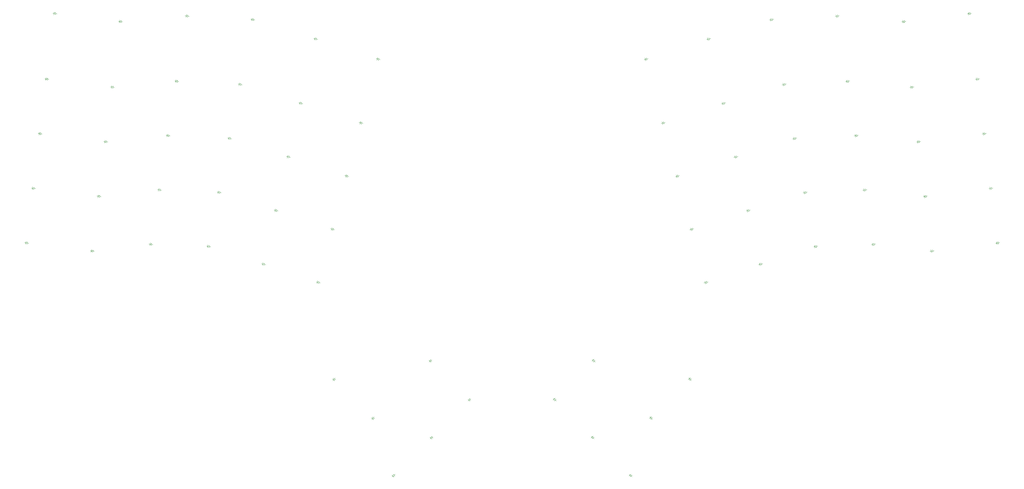
<source format=gbr>
%TF.GenerationSoftware,KiCad,Pcbnew,8.0.6*%
%TF.CreationDate,2024-12-18T16:31:54-08:00*%
%TF.ProjectId,gundamBowtie,67756e64-616d-4426-9f77-7469652e6b69,v1.0.0*%
%TF.SameCoordinates,Original*%
%TF.FileFunction,Legend,Bot*%
%TF.FilePolarity,Positive*%
%FSLAX46Y46*%
G04 Gerber Fmt 4.6, Leading zero omitted, Abs format (unit mm)*
G04 Created by KiCad (PCBNEW 8.0.6) date 2024-12-18 16:31:54*
%MOMM*%
%LPD*%
G01*
G04 APERTURE LIST*
%ADD10C,0.100000*%
G04 APERTURE END LIST*
D10*
%TO.C,D34*%
X164347185Y-230894239D02*
X164630033Y-230611387D01*
X164630033Y-230611387D02*
X164241129Y-230222485D01*
X164630033Y-230611387D02*
X164771462Y-229904298D01*
X164630033Y-230611387D02*
X165018940Y-231000307D01*
X164771462Y-229904298D02*
X165337135Y-230469977D01*
X165054302Y-230187132D02*
X165407857Y-229833575D01*
X165337135Y-230469977D02*
X164630033Y-230611387D01*
%TO.C,D71*%
X236641884Y-216045004D02*
X236924736Y-216327852D01*
X236924736Y-216327852D02*
X236535816Y-216716759D01*
X236924736Y-216327852D02*
X237313638Y-215938948D01*
X236924736Y-216327852D02*
X237631825Y-216469281D01*
X237066146Y-217034954D02*
X236924736Y-216327852D01*
X237348991Y-216752121D02*
X237702548Y-217105676D01*
X237631825Y-216469281D02*
X237066146Y-217034954D01*
%TO.C,D8*%
X59614525Y-108961386D02*
X60011542Y-109010143D01*
X60011542Y-109010143D02*
X59944511Y-109556040D01*
X60011542Y-109010143D02*
X60078566Y-108464228D01*
X60011542Y-109010143D02*
X60655810Y-108686239D01*
X60558330Y-109480274D02*
X60011542Y-109010143D01*
X60607069Y-109083253D02*
X61103341Y-109144186D01*
X60655810Y-108686239D02*
X60558330Y-109480274D01*
%TO.C,D12*%
X79152055Y-126455779D02*
X79547134Y-126518364D01*
X79547134Y-126518364D02*
X79461097Y-127061585D01*
X79547134Y-126518364D02*
X79633169Y-125975128D01*
X79547134Y-126518364D02*
X80202313Y-126217145D01*
X80077173Y-127007292D02*
X79547134Y-126518364D01*
X80139745Y-126612216D02*
X80633585Y-126690435D01*
X80202313Y-126217145D02*
X80077173Y-127007292D01*
%TO.C,D18*%
X104620978Y-107704289D02*
X105013634Y-107780621D01*
X105013634Y-107780621D02*
X104908691Y-108320516D01*
X105013634Y-107780621D02*
X105118580Y-107240708D01*
X105013634Y-107780621D02*
X105678917Y-107502454D01*
X105526285Y-108287754D02*
X105013634Y-107780621D01*
X105602618Y-107895102D02*
X106093422Y-107990513D01*
X105678917Y-107502454D02*
X105526285Y-108287754D01*
%TO.C,D55*%
X305928713Y-88357949D02*
X306321365Y-88281624D01*
X306321365Y-88281624D02*
X306216425Y-87741727D01*
X306321365Y-88281624D02*
X306426306Y-88821519D01*
X306321365Y-88281624D02*
X306834021Y-87774493D01*
X306834021Y-87774493D02*
X306986666Y-88559778D01*
X306910355Y-88167132D02*
X307401159Y-88071729D01*
X306986666Y-88559778D02*
X306321365Y-88281624D01*
%TO.C,D28*%
X147162102Y-121336565D02*
X147548468Y-121440099D01*
X147548468Y-121440099D02*
X147406121Y-121971367D01*
X147548468Y-121440099D02*
X147690831Y-120908839D01*
X147548468Y-121440099D02*
X148231553Y-121209021D01*
X148024502Y-121981763D02*
X147548468Y-121440099D01*
X148128018Y-121595391D02*
X148610992Y-121724805D01*
X148231553Y-121209021D02*
X148024502Y-121981763D01*
%TO.C,D39*%
X378556035Y-106219343D02*
X378953054Y-106170598D01*
X378953054Y-106170598D02*
X378886028Y-105624702D01*
X378953054Y-106170598D02*
X379020092Y-106716500D01*
X378953054Y-106170598D02*
X379499827Y-105700466D01*
X379499827Y-105700466D02*
X379597324Y-106494498D01*
X379548587Y-106097480D02*
X380044855Y-106036547D01*
X379597324Y-106494498D02*
X378953054Y-106170598D01*
%TO.C,D4*%
X38230792Y-86185602D02*
X38627809Y-86234359D01*
X38627809Y-86234359D02*
X38560778Y-86780256D01*
X38627809Y-86234359D02*
X38694833Y-85688444D01*
X38627809Y-86234359D02*
X39272077Y-85910455D01*
X39174597Y-86704490D02*
X38627809Y-86234359D01*
X39223336Y-86307469D02*
X39719608Y-86368402D01*
X39272077Y-85910455D02*
X39174597Y-86704490D01*
%TO.C,D36*%
X191924388Y-203317103D02*
X192207236Y-203034251D01*
X192207236Y-203034251D02*
X191818332Y-202645349D01*
X192207236Y-203034251D02*
X192348665Y-202327162D01*
X192207236Y-203034251D02*
X192596143Y-203423171D01*
X192348665Y-202327162D02*
X192914338Y-202892841D01*
X192631505Y-202609996D02*
X192985060Y-202256439D01*
X192914338Y-202892841D02*
X192207236Y-203034251D01*
%TO.C,D58*%
X292917247Y-134218560D02*
X293307001Y-134128579D01*
X293307001Y-134128579D02*
X293183284Y-133592673D01*
X293307001Y-134128579D02*
X293430717Y-134664487D01*
X293307001Y-134128579D02*
X293801640Y-133603862D01*
X293801640Y-133603862D02*
X293981602Y-134383351D01*
X293891613Y-133993606D02*
X294378813Y-133881130D01*
X293981602Y-134383351D02*
X293307001Y-134128579D01*
%TO.C,D10*%
X64976790Y-65289340D02*
X65373807Y-65338097D01*
X65373807Y-65338097D02*
X65306776Y-65883994D01*
X65373807Y-65338097D02*
X65440831Y-64792182D01*
X65373807Y-65338097D02*
X66018075Y-65014193D01*
X65920595Y-65808228D02*
X65373807Y-65338097D01*
X65969334Y-65411207D02*
X66465606Y-65472140D01*
X66018075Y-65014193D02*
X65920595Y-65808228D01*
%TO.C,D41*%
X373193796Y-62547286D02*
X373590815Y-62498541D01*
X373590815Y-62498541D02*
X373523789Y-61952645D01*
X373590815Y-62498541D02*
X373657853Y-63044443D01*
X373590815Y-62498541D02*
X374137588Y-62028409D01*
X374137588Y-62028409D02*
X374235085Y-62822441D01*
X374186348Y-62425423D02*
X374682616Y-62364490D01*
X374235085Y-62822441D02*
X373590815Y-62498541D01*
%TO.C,D42*%
X359609696Y-148846026D02*
X360006715Y-148797281D01*
X360006715Y-148797281D02*
X359939689Y-148251385D01*
X360006715Y-148797281D02*
X360073753Y-149343183D01*
X360006715Y-148797281D02*
X360553488Y-148327149D01*
X360553488Y-148327149D02*
X360650985Y-149121181D01*
X360602248Y-148724163D02*
X361098516Y-148663230D01*
X360650985Y-149121181D02*
X360006715Y-148797281D01*
%TO.C,D2*%
X33356025Y-125887449D02*
X33753042Y-125936206D01*
X33753042Y-125936206D02*
X33686011Y-126482103D01*
X33753042Y-125936206D02*
X33820066Y-125390291D01*
X33753042Y-125936206D02*
X34397310Y-125612302D01*
X34299830Y-126406337D02*
X33753042Y-125936206D01*
X34348569Y-126009316D02*
X34844841Y-126070249D01*
X34397310Y-125612302D02*
X34299830Y-126406337D01*
%TO.C,D52*%
X317377259Y-147255578D02*
X317769911Y-147179253D01*
X317769911Y-147179253D02*
X317664971Y-146639356D01*
X317769911Y-147179253D02*
X317874852Y-147719148D01*
X317769911Y-147179253D02*
X318282567Y-146672122D01*
X318282567Y-146672122D02*
X318435212Y-147457407D01*
X318358901Y-147064761D02*
X318849705Y-146969358D01*
X318435212Y-147457407D02*
X317769911Y-147179253D01*
%TO.C,D68*%
X271997200Y-194831803D02*
X272280052Y-195114651D01*
X272280052Y-195114651D02*
X271891132Y-195503558D01*
X272280052Y-195114651D02*
X272668954Y-194725747D01*
X272280052Y-195114651D02*
X272987141Y-195256080D01*
X272421462Y-195821753D02*
X272280052Y-195114651D01*
X272704307Y-195538920D02*
X273057864Y-195892475D01*
X272987141Y-195256080D02*
X272421462Y-195821753D01*
%TO.C,D30*%
X158550137Y-78835864D02*
X158936503Y-78939398D01*
X158936503Y-78939398D02*
X158794156Y-79470666D01*
X158936503Y-78939398D02*
X159078866Y-78408138D01*
X158936503Y-78939398D02*
X159619588Y-78708320D01*
X159412537Y-79481062D02*
X158936503Y-78939398D01*
X159516053Y-79094690D02*
X159999027Y-79224104D01*
X159619588Y-78708320D02*
X159412537Y-79481062D01*
%TO.C,D40*%
X376118684Y-86368380D02*
X376515703Y-86319635D01*
X376515703Y-86319635D02*
X376448677Y-85773739D01*
X376515703Y-86319635D02*
X376582741Y-86865537D01*
X376515703Y-86319635D02*
X377062476Y-85849503D01*
X377062476Y-85849503D02*
X377159973Y-86643535D01*
X377111236Y-86246517D02*
X377607504Y-86185584D01*
X377159973Y-86643535D02*
X376515703Y-86319635D01*
%TO.C,D43*%
X357172334Y-128995135D02*
X357569353Y-128946390D01*
X357569353Y-128946390D02*
X357502327Y-128400494D01*
X357569353Y-128946390D02*
X357636391Y-129492292D01*
X357569353Y-128946390D02*
X358116126Y-128476258D01*
X358116126Y-128476258D02*
X358213623Y-129270290D01*
X358164886Y-128873272D02*
X358661154Y-128812339D01*
X358213623Y-129270290D02*
X357569353Y-128946390D01*
%TO.C,D1*%
X30918632Y-145738346D02*
X31315649Y-145787103D01*
X31315649Y-145787103D02*
X31248618Y-146333000D01*
X31315649Y-145787103D02*
X31382673Y-145241188D01*
X31315649Y-145787103D02*
X31959917Y-145463199D01*
X31862437Y-146257234D02*
X31315649Y-145787103D01*
X31911176Y-145860213D02*
X32407448Y-145921146D01*
X31959917Y-145463199D02*
X31862437Y-146257234D01*
%TO.C,D45*%
X352297558Y-89293240D02*
X352694577Y-89244495D01*
X352694577Y-89244495D02*
X352627551Y-88698599D01*
X352694577Y-89244495D02*
X352761615Y-89790397D01*
X352694577Y-89244495D02*
X353241350Y-88774363D01*
X353241350Y-88774363D02*
X353338847Y-89568395D01*
X353290110Y-89171377D02*
X353786378Y-89110444D01*
X353338847Y-89568395D02*
X352694577Y-89244495D01*
%TO.C,D38*%
X380993460Y-126070240D02*
X381390479Y-126021495D01*
X381390479Y-126021495D02*
X381323453Y-125475599D01*
X381390479Y-126021495D02*
X381457517Y-126567397D01*
X381390479Y-126021495D02*
X381937252Y-125551363D01*
X381937252Y-125551363D02*
X382034749Y-126345395D01*
X381986012Y-125948377D02*
X382482280Y-125887444D01*
X382034749Y-126345395D02*
X381390479Y-126021495D01*
%TO.C,D51*%
X325192897Y-63478343D02*
X325587979Y-63415773D01*
X325587979Y-63415773D02*
X325501936Y-62872542D01*
X325587979Y-63415773D02*
X325674003Y-63959006D01*
X325587979Y-63415773D02*
X326118009Y-62926830D01*
X326118009Y-62926830D02*
X326243153Y-63716988D01*
X326180601Y-63321903D02*
X326674429Y-63243697D01*
X326243153Y-63716988D02*
X325587979Y-63415773D01*
%TO.C,D63*%
X272403693Y-141043315D02*
X272790076Y-140939797D01*
X272790076Y-140939797D02*
X272647722Y-140408523D01*
X272790076Y-140939797D02*
X272932419Y-141471055D01*
X272790076Y-140939797D02*
X273266099Y-140398129D01*
X273266099Y-140398129D02*
X273473159Y-141170866D01*
X273369625Y-140784501D02*
X273852595Y-140655093D01*
X273473159Y-141170866D02*
X272790076Y-140939797D01*
%TO.C,D22*%
X121459514Y-133881125D02*
X121849276Y-133971109D01*
X121849276Y-133971109D02*
X121725541Y-134507023D01*
X121849276Y-133971109D02*
X121973001Y-133435195D01*
X121849276Y-133971109D02*
X122523875Y-133716343D01*
X122343889Y-134495828D02*
X121849276Y-133971109D01*
X122433900Y-134106073D02*
X122921084Y-134218559D01*
X122523875Y-133716343D02*
X122343889Y-134495828D01*
%TO.C,D60*%
X283919191Y-95243753D02*
X284308945Y-95153772D01*
X284308945Y-95153772D02*
X284185228Y-94617866D01*
X284308945Y-95153772D02*
X284432661Y-95689680D01*
X284308945Y-95153772D02*
X284803584Y-94629055D01*
X284803584Y-94629055D02*
X284983546Y-95408544D01*
X284893557Y-95018799D02*
X285380757Y-94906323D01*
X284983546Y-95408544D02*
X284308945Y-95153772D01*
%TO.C,D69*%
X236995443Y-188114284D02*
X237278295Y-188397132D01*
X237278295Y-188397132D02*
X236889375Y-188786039D01*
X237278295Y-188397132D02*
X237667197Y-188008228D01*
X237278295Y-188397132D02*
X237985384Y-188538561D01*
X237419705Y-189104234D02*
X237278295Y-188397132D01*
X237702550Y-188821401D02*
X238056107Y-189174956D01*
X237985384Y-188538561D02*
X237419705Y-189104234D01*
%TO.C,D29*%
X152338443Y-102018056D02*
X152724809Y-102121590D01*
X152724809Y-102121590D02*
X152582462Y-102652858D01*
X152724809Y-102121590D02*
X152867172Y-101590330D01*
X152724809Y-102121590D02*
X153407894Y-101890512D01*
X153200843Y-102663254D02*
X152724809Y-102121590D01*
X153304359Y-102276882D02*
X153787333Y-102406296D01*
X153407894Y-101890512D02*
X153200843Y-102663254D01*
%TO.C,D67*%
X257855059Y-208973963D02*
X258137911Y-209256811D01*
X258137911Y-209256811D02*
X257748991Y-209645718D01*
X258137911Y-209256811D02*
X258526813Y-208867907D01*
X258137911Y-209256811D02*
X258845000Y-209398240D01*
X258279321Y-209963913D02*
X258137911Y-209256811D01*
X258562166Y-209681080D02*
X258915723Y-210034635D01*
X258845000Y-209398240D02*
X258279321Y-209963913D01*
%TO.C,D31*%
X156922536Y-210034619D02*
X157205384Y-209751767D01*
X157205384Y-209751767D02*
X156816480Y-209362865D01*
X157205384Y-209751767D02*
X157346813Y-209044678D01*
X157205384Y-209751767D02*
X157594291Y-210140687D01*
X157346813Y-209044678D02*
X157912486Y-209610357D01*
X157629653Y-209327512D02*
X157983208Y-208973955D01*
X157912486Y-209610357D02*
X157205384Y-209751767D01*
%TO.C,D27*%
X141985744Y-140655118D02*
X142372110Y-140758652D01*
X142372110Y-140758652D02*
X142229763Y-141289920D01*
X142372110Y-140758652D02*
X142514473Y-140227392D01*
X142372110Y-140758652D02*
X143055195Y-140527574D01*
X142848144Y-141300316D02*
X142372110Y-140758652D01*
X142951660Y-140913944D02*
X143434634Y-141043358D01*
X143055195Y-140527574D02*
X142848144Y-141300316D01*
%TO.C,D61*%
X278520374Y-71858904D02*
X278910128Y-71768923D01*
X278910128Y-71768923D02*
X278786411Y-71233017D01*
X278910128Y-71768923D02*
X279033844Y-72304831D01*
X278910128Y-71768923D02*
X279404767Y-71244206D01*
X279404767Y-71244206D02*
X279584729Y-72023695D01*
X279494740Y-71633950D02*
X279981940Y-71521474D01*
X279584729Y-72023695D02*
X278910128Y-71768923D01*
%TO.C,D11*%
X76023380Y-146209529D02*
X76418459Y-146272114D01*
X76418459Y-146272114D02*
X76332422Y-146815335D01*
X76418459Y-146272114D02*
X76504494Y-145728878D01*
X76418459Y-146272114D02*
X77073638Y-145970895D01*
X76948498Y-146761042D02*
X76418459Y-146272114D01*
X77011070Y-146365966D02*
X77504910Y-146444185D01*
X77073638Y-145970895D02*
X76948498Y-146761042D01*
%TO.C,D72*%
X222853265Y-202256435D02*
X223136117Y-202539283D01*
X223136117Y-202539283D02*
X222747197Y-202928190D01*
X223136117Y-202539283D02*
X223525019Y-202150379D01*
X223136117Y-202539283D02*
X223843206Y-202680712D01*
X223277527Y-203246385D02*
X223136117Y-202539283D01*
X223560372Y-202963552D02*
X223913929Y-203317107D01*
X223843206Y-202680712D02*
X223277527Y-203246385D01*
%TO.C,D37*%
X383430823Y-145921158D02*
X383827842Y-145872413D01*
X383827842Y-145872413D02*
X383760816Y-145326517D01*
X383827842Y-145872413D02*
X383894880Y-146418315D01*
X383827842Y-145872413D02*
X384374615Y-145402281D01*
X384374615Y-145402281D02*
X384472112Y-146196313D01*
X384423375Y-145799295D02*
X384919643Y-145738362D01*
X384472112Y-146196313D02*
X383827842Y-145872413D01*
%TO.C,D62*%
X277580034Y-160361849D02*
X277966417Y-160258331D01*
X277966417Y-160258331D02*
X277824063Y-159727057D01*
X277966417Y-160258331D02*
X278108760Y-160789589D01*
X277966417Y-160258331D02*
X278442440Y-159716663D01*
X278442440Y-159716663D02*
X278649500Y-160489400D01*
X278545966Y-160103035D02*
X279028936Y-159973627D01*
X278649500Y-160489400D02*
X277966417Y-160258331D01*
%TO.C,D49*%
X332076012Y-106936647D02*
X332471094Y-106874077D01*
X332471094Y-106874077D02*
X332385051Y-106330846D01*
X332471094Y-106874077D02*
X332557118Y-107417310D01*
X332471094Y-106874077D02*
X333001124Y-106385134D01*
X333001124Y-106385134D02*
X333126268Y-107175292D01*
X333063716Y-106780207D02*
X333557544Y-106702001D01*
X333126268Y-107175292D02*
X332471094Y-106874077D01*
%TO.C,D15*%
X89163901Y-63243730D02*
X89558980Y-63306315D01*
X89558980Y-63306315D02*
X89472943Y-63849536D01*
X89558980Y-63306315D02*
X89645015Y-62763079D01*
X89558980Y-63306315D02*
X90214159Y-63005096D01*
X90089019Y-63795243D02*
X89558980Y-63306315D01*
X90151591Y-63400167D02*
X90645431Y-63478386D01*
X90214159Y-63005096D02*
X90089019Y-63795243D01*
%TO.C,D16*%
X96988599Y-146969388D02*
X97381255Y-147045720D01*
X97381255Y-147045720D02*
X97276312Y-147585615D01*
X97381255Y-147045720D02*
X97486201Y-146505807D01*
X97381255Y-147045720D02*
X98046538Y-146767553D01*
X97893906Y-147552853D02*
X97381255Y-147045720D01*
X97970239Y-147160201D02*
X98461043Y-147255612D01*
X98046538Y-146767553D02*
X97893906Y-147552853D01*
%TO.C,D48*%
X335204698Y-126690432D02*
X335599780Y-126627862D01*
X335599780Y-126627862D02*
X335513737Y-126084631D01*
X335599780Y-126627862D02*
X335685804Y-127171095D01*
X335599780Y-126627862D02*
X336129810Y-126138919D01*
X336129810Y-126138919D02*
X336254954Y-126929077D01*
X336192402Y-126533992D02*
X336686230Y-126455786D01*
X336254954Y-126929077D02*
X335599780Y-126627862D01*
%TO.C,D66*%
X255839291Y-79224091D02*
X256225674Y-79120573D01*
X256225674Y-79120573D02*
X256083320Y-78589299D01*
X256225674Y-79120573D02*
X256368017Y-79651831D01*
X256225674Y-79120573D02*
X256701697Y-78578905D01*
X256701697Y-78578905D02*
X256908757Y-79351642D01*
X256805223Y-78965277D02*
X257288193Y-78835869D01*
X256908757Y-79351642D02*
X256225674Y-79120573D01*
%TO.C,D59*%
X288418234Y-114731159D02*
X288807988Y-114641178D01*
X288807988Y-114641178D02*
X288684271Y-114105272D01*
X288807988Y-114641178D02*
X288931704Y-115177086D01*
X288807988Y-114641178D02*
X289302627Y-114116461D01*
X289302627Y-114116461D02*
X289482589Y-114895950D01*
X289392600Y-114506205D02*
X289879800Y-114393729D01*
X289482589Y-114895950D02*
X288807988Y-114641178D01*
%TO.C,D56*%
X301349315Y-64798893D02*
X301741967Y-64722568D01*
X301741967Y-64722568D02*
X301637027Y-64182671D01*
X301741967Y-64722568D02*
X301846908Y-65262463D01*
X301741967Y-64722568D02*
X302254623Y-64215437D01*
X302254623Y-64215437D02*
X302407268Y-65000722D01*
X302330957Y-64608076D02*
X302821761Y-64512673D01*
X302407268Y-65000722D02*
X301741967Y-64722568D01*
%TO.C,D54*%
X309744891Y-107990483D02*
X310137543Y-107914158D01*
X310137543Y-107914158D02*
X310032603Y-107374261D01*
X310137543Y-107914158D02*
X310242484Y-108454053D01*
X310137543Y-107914158D02*
X310650199Y-107407027D01*
X310650199Y-107407027D02*
X310802844Y-108192312D01*
X310726533Y-107799666D02*
X311217337Y-107704263D01*
X310802844Y-108192312D02*
X310137543Y-107914158D01*
%TO.C,D33*%
X177782190Y-189174943D02*
X178065038Y-188892091D01*
X178065038Y-188892091D02*
X177676134Y-188503189D01*
X178065038Y-188892091D02*
X178206467Y-188185002D01*
X178065038Y-188892091D02*
X178453945Y-189281011D01*
X178206467Y-188185002D02*
X178772140Y-188750681D01*
X178489307Y-188467836D02*
X178842862Y-188114279D01*
X178772140Y-188750681D02*
X178065038Y-188892091D01*
%TO.C,D23*%
X125958534Y-114393721D02*
X126348296Y-114483705D01*
X126348296Y-114483705D02*
X126224561Y-115019619D01*
X126348296Y-114483705D02*
X126472021Y-113947791D01*
X126348296Y-114483705D02*
X127022895Y-114228939D01*
X126842909Y-115008424D02*
X126348296Y-114483705D01*
X126932920Y-114618669D02*
X127420104Y-114731155D01*
X127022895Y-114228939D02*
X126842909Y-115008424D01*
%TO.C,D17*%
X100804810Y-127336825D02*
X101197466Y-127413157D01*
X101197466Y-127413157D02*
X101092523Y-127953052D01*
X101197466Y-127413157D02*
X101302412Y-126873244D01*
X101197466Y-127413157D02*
X101862749Y-127134990D01*
X101710117Y-127920290D02*
X101197466Y-127413157D01*
X101786450Y-127527638D02*
X102277254Y-127623049D01*
X101862749Y-127134990D02*
X101710117Y-127920290D01*
%TO.C,D26*%
X136809358Y-159973620D02*
X137195724Y-160077154D01*
X137195724Y-160077154D02*
X137053377Y-160608422D01*
X137195724Y-160077154D02*
X137338087Y-159545894D01*
X137195724Y-160077154D02*
X137878809Y-159846076D01*
X137671758Y-160618818D02*
X137195724Y-160077154D01*
X137775274Y-160232446D02*
X138258248Y-160361860D01*
X137878809Y-159846076D02*
X137671758Y-160618818D01*
%TO.C,D50*%
X328947332Y-87182924D02*
X329342414Y-87120354D01*
X329342414Y-87120354D02*
X329256371Y-86577123D01*
X329342414Y-87120354D02*
X329428438Y-87663587D01*
X329342414Y-87120354D02*
X329872444Y-86631411D01*
X329872444Y-86631411D02*
X329997588Y-87421569D01*
X329935036Y-87026484D02*
X330428864Y-86948278D01*
X329997588Y-87421569D02*
X329342414Y-87120354D01*
%TO.C,D53*%
X313561029Y-127623038D02*
X313953681Y-127546713D01*
X313953681Y-127546713D02*
X313848741Y-127006816D01*
X313953681Y-127546713D02*
X314058622Y-128086608D01*
X313953681Y-127546713D02*
X314466337Y-127039582D01*
X314466337Y-127039582D02*
X314618982Y-127824867D01*
X314542671Y-127432221D02*
X315033475Y-127336818D01*
X314618982Y-127824867D02*
X313953681Y-127546713D01*
%TO.C,D32*%
X142780417Y-195892473D02*
X143063265Y-195609621D01*
X143063265Y-195609621D02*
X142674361Y-195220719D01*
X143063265Y-195609621D02*
X143204694Y-194902532D01*
X143063265Y-195609621D02*
X143452172Y-195998541D01*
X143204694Y-194902532D02*
X143770367Y-195468211D01*
X143487534Y-195185366D02*
X143841089Y-194831809D01*
X143770367Y-195468211D02*
X143063265Y-195609621D01*
%TO.C,D64*%
X267227261Y-121724768D02*
X267613644Y-121621250D01*
X267613644Y-121621250D02*
X267471290Y-121089976D01*
X267613644Y-121621250D02*
X267755987Y-122152508D01*
X267613644Y-121621250D02*
X268089667Y-121079582D01*
X268089667Y-121079582D02*
X268296727Y-121852319D01*
X268193193Y-121465954D02*
X268676163Y-121336546D01*
X268296727Y-121852319D02*
X267613644Y-121621250D01*
%TO.C,D57*%
X297416238Y-153705928D02*
X297805992Y-153615947D01*
X297805992Y-153615947D02*
X297682275Y-153080041D01*
X297805992Y-153615947D02*
X297929708Y-154151855D01*
X297805992Y-153615947D02*
X298300631Y-153091230D01*
X298300631Y-153091230D02*
X298480593Y-153870719D01*
X298390604Y-153480974D02*
X298877804Y-153368498D01*
X298480593Y-153870719D02*
X297805992Y-153615947D01*
%TO.C,D13*%
X82280751Y-106702031D02*
X82675830Y-106764616D01*
X82675830Y-106764616D02*
X82589793Y-107307837D01*
X82675830Y-106764616D02*
X82761865Y-106221380D01*
X82675830Y-106764616D02*
X83331009Y-106463397D01*
X83205869Y-107253544D02*
X82675830Y-106764616D01*
X83268441Y-106858468D02*
X83762281Y-106936687D01*
X83331009Y-106463397D02*
X83205869Y-107253544D01*
%TO.C,D44*%
X354734968Y-109144183D02*
X355131987Y-109095438D01*
X355131987Y-109095438D02*
X355064961Y-108549542D01*
X355131987Y-109095438D02*
X355199025Y-109641340D01*
X355131987Y-109095438D02*
X355678760Y-108625306D01*
X355678760Y-108625306D02*
X355776257Y-109419338D01*
X355727520Y-109022320D02*
X356223788Y-108961387D01*
X355776257Y-109419338D02*
X355131987Y-109095438D01*
%TO.C,D25*%
X135856356Y-71521437D02*
X136246118Y-71611421D01*
X136246118Y-71611421D02*
X136122383Y-72147335D01*
X136246118Y-71611421D02*
X136369843Y-71075507D01*
X136246118Y-71611421D02*
X136920717Y-71356655D01*
X136740731Y-72136140D02*
X136246118Y-71611421D01*
X136830742Y-71746385D02*
X137317926Y-71858871D01*
X136920717Y-71356655D02*
X136740731Y-72136140D01*
%TO.C,D35*%
X178135774Y-217105653D02*
X178418622Y-216822801D01*
X178418622Y-216822801D02*
X178029718Y-216433899D01*
X178418622Y-216822801D02*
X178560051Y-216115712D01*
X178418622Y-216822801D02*
X178807529Y-217211721D01*
X178560051Y-216115712D02*
X179125724Y-216681391D01*
X178842891Y-216398546D02*
X179196446Y-216044989D01*
X179125724Y-216681391D02*
X178418622Y-216822801D01*
%TO.C,D7*%
X57177134Y-128812313D02*
X57574151Y-128861070D01*
X57574151Y-128861070D02*
X57507120Y-129406967D01*
X57574151Y-128861070D02*
X57641175Y-128315155D01*
X57574151Y-128861070D02*
X58218419Y-128537166D01*
X58120939Y-129331201D02*
X57574151Y-128861070D01*
X58169678Y-128934180D02*
X58665950Y-128995113D01*
X58218419Y-128537166D02*
X58120939Y-129331201D01*
%TO.C,D9*%
X62051900Y-89110484D02*
X62448917Y-89159241D01*
X62448917Y-89159241D02*
X62381886Y-89705138D01*
X62448917Y-89159241D02*
X62515941Y-88613326D01*
X62448917Y-89159241D02*
X63093185Y-88835337D01*
X62995705Y-89629372D02*
X62448917Y-89159241D01*
X63044444Y-89232351D02*
X63540716Y-89293284D01*
X63093185Y-88835337D02*
X62995705Y-89629372D01*
%TO.C,D46*%
X349372673Y-65472170D02*
X349769692Y-65423425D01*
X349769692Y-65423425D02*
X349702666Y-64877529D01*
X349769692Y-65423425D02*
X349836730Y-65969327D01*
X349769692Y-65423425D02*
X350316465Y-64953293D01*
X350316465Y-64953293D02*
X350413962Y-65747325D01*
X350365225Y-65350307D02*
X350861493Y-65289374D01*
X350413962Y-65747325D02*
X349769692Y-65423425D01*
%TO.C,D5*%
X41155653Y-62364482D02*
X41552670Y-62413239D01*
X41552670Y-62413239D02*
X41485639Y-62959136D01*
X41552670Y-62413239D02*
X41619694Y-61867324D01*
X41552670Y-62413239D02*
X42196938Y-62089335D01*
X42099458Y-62883370D02*
X41552670Y-62413239D01*
X42148197Y-62486349D02*
X42644469Y-62547282D01*
X42196938Y-62089335D02*
X42099458Y-62883370D01*
%TO.C,D6*%
X54739738Y-148663242D02*
X55136755Y-148711999D01*
X55136755Y-148711999D02*
X55069724Y-149257896D01*
X55136755Y-148711999D02*
X55203779Y-148166084D01*
X55136755Y-148711999D02*
X55781023Y-148388095D01*
X55683543Y-149182130D02*
X55136755Y-148711999D01*
X55732282Y-148785109D02*
X56228554Y-148846042D01*
X55781023Y-148388095D02*
X55683543Y-149182130D01*
%TO.C,D47*%
X338333380Y-146444198D02*
X338728462Y-146381628D01*
X338728462Y-146381628D02*
X338642419Y-145838397D01*
X338728462Y-146381628D02*
X338814486Y-146924861D01*
X338728462Y-146381628D02*
X339258492Y-145892685D01*
X339258492Y-145892685D02*
X339383636Y-146682843D01*
X339321084Y-146287758D02*
X339814912Y-146209552D01*
X339383636Y-146682843D02*
X338728462Y-146381628D01*
%TO.C,D3*%
X35793431Y-106036544D02*
X36190448Y-106085301D01*
X36190448Y-106085301D02*
X36123417Y-106631198D01*
X36190448Y-106085301D02*
X36257472Y-105539386D01*
X36190448Y-106085301D02*
X36834716Y-105761397D01*
X36737236Y-106555432D02*
X36190448Y-106085301D01*
X36785975Y-106158411D02*
X37282247Y-106219344D01*
X36834716Y-105761397D02*
X36737236Y-106555432D01*
%TO.C,D14*%
X85409468Y-86948257D02*
X85804547Y-87010842D01*
X85804547Y-87010842D02*
X85718510Y-87554063D01*
X85804547Y-87010842D02*
X85890582Y-86467606D01*
X85804547Y-87010842D02*
X86459726Y-86709623D01*
X86334586Y-87499770D02*
X85804547Y-87010842D01*
X86397158Y-87104694D02*
X86890998Y-87182913D01*
X86459726Y-86709623D02*
X86334586Y-87499770D01*
%TO.C,D70*%
X250430437Y-229833584D02*
X250713289Y-230116432D01*
X250713289Y-230116432D02*
X250324369Y-230505339D01*
X250713289Y-230116432D02*
X251102191Y-229727528D01*
X250713289Y-230116432D02*
X251420378Y-230257861D01*
X250854699Y-230823534D02*
X250713289Y-230116432D01*
X251137544Y-230540701D02*
X251491101Y-230894256D01*
X251420378Y-230257861D02*
X250854699Y-230823534D01*
%TO.C,D24*%
X130457535Y-94906323D02*
X130847297Y-94996307D01*
X130847297Y-94996307D02*
X130723562Y-95532221D01*
X130847297Y-94996307D02*
X130971022Y-94460393D01*
X130847297Y-94996307D02*
X131521896Y-94741541D01*
X131341910Y-95521026D02*
X130847297Y-94996307D01*
X131431921Y-95131271D02*
X131919105Y-95243757D01*
X131521896Y-94741541D02*
X131341910Y-95521026D01*
%TO.C,D21*%
X116960430Y-153368508D02*
X117350192Y-153458492D01*
X117350192Y-153458492D02*
X117226457Y-153994406D01*
X117350192Y-153458492D02*
X117473917Y-152922578D01*
X117350192Y-153458492D02*
X118024791Y-153203726D01*
X117844805Y-153983211D02*
X117350192Y-153458492D01*
X117934816Y-153593456D02*
X118422000Y-153705942D01*
X118024791Y-153203726D02*
X117844805Y-153983211D01*
%TO.C,D20*%
X113016571Y-64512662D02*
X113409227Y-64588994D01*
X113409227Y-64588994D02*
X113304284Y-65128889D01*
X113409227Y-64588994D02*
X113514173Y-64049081D01*
X113409227Y-64588994D02*
X114074510Y-64310827D01*
X113921878Y-65096127D02*
X113409227Y-64588994D01*
X113998211Y-64703475D02*
X114489015Y-64798886D01*
X114074510Y-64310827D02*
X113921878Y-65096127D01*
%TO.C,D65*%
X262050865Y-102406296D02*
X262437248Y-102302778D01*
X262437248Y-102302778D02*
X262294894Y-101771504D01*
X262437248Y-102302778D02*
X262579591Y-102834036D01*
X262437248Y-102302778D02*
X262913271Y-101761110D01*
X262913271Y-101761110D02*
X263120331Y-102533847D01*
X263016797Y-102147482D02*
X263499767Y-102018074D01*
X263120331Y-102533847D02*
X262437248Y-102302778D01*
%TO.C,D19*%
X108437154Y-88071709D02*
X108829810Y-88148041D01*
X108829810Y-88148041D02*
X108724867Y-88687936D01*
X108829810Y-88148041D02*
X108934756Y-87608128D01*
X108829810Y-88148041D02*
X109495093Y-87869874D01*
X109342461Y-88655174D02*
X108829810Y-88148041D01*
X109418794Y-88262522D02*
X109909598Y-88357933D01*
X109495093Y-87869874D02*
X109342461Y-88655174D01*
%TD*%
M02*

</source>
